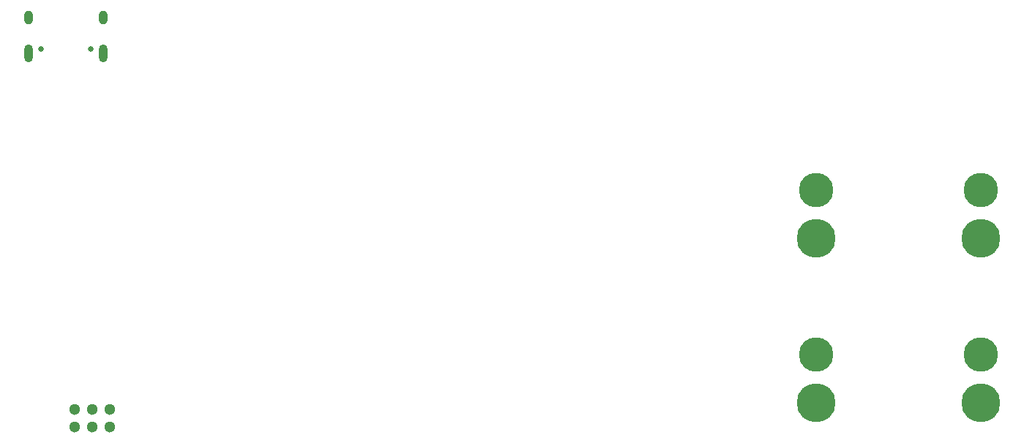
<source format=gts>
G04 #@! TF.GenerationSoftware,KiCad,Pcbnew,(5.1.10)-1*
G04 #@! TF.CreationDate,2021-07-23T06:30:34-04:00*
G04 #@! TF.ProjectId,ProtoTooManyKeys,50726f74-6f54-46f6-9f4d-616e794b6579,1.5*
G04 #@! TF.SameCoordinates,Original*
G04 #@! TF.FileFunction,Soldermask,Top*
G04 #@! TF.FilePolarity,Negative*
%FSLAX46Y46*%
G04 Gerber Fmt 4.6, Leading zero omitted, Abs format (unit mm)*
G04 Created by KiCad (PCBNEW (5.1.10)-1) date 2021-07-23 06:30:34*
%MOMM*%
%LPD*%
G01*
G04 APERTURE LIST*
%ADD10C,0.650000*%
%ADD11O,1.000000X2.100000*%
%ADD12O,1.000000X1.600000*%
%ADD13C,3.987800*%
%ADD14C,1.300000*%
%ADD15C,4.500000*%
G04 APERTURE END LIST*
D10*
X347949000Y-370994000D03*
X342169000Y-370994000D03*
D11*
X340739000Y-371524000D03*
X349379000Y-371524000D03*
D12*
X340739000Y-367344000D03*
X349379000Y-367344000D03*
D13*
X450850000Y-406400000D03*
X450850000Y-387350000D03*
X431800000Y-406400000D03*
X431800000Y-387350000D03*
D14*
X350075000Y-414750000D03*
X350075000Y-412750000D03*
X348075000Y-414750000D03*
X348075000Y-412750000D03*
X346075000Y-414750000D03*
X346075000Y-412750000D03*
D15*
X450850000Y-411955837D03*
X431800000Y-411955837D03*
X450850000Y-392908000D03*
X431800000Y-392908000D03*
M02*

</source>
